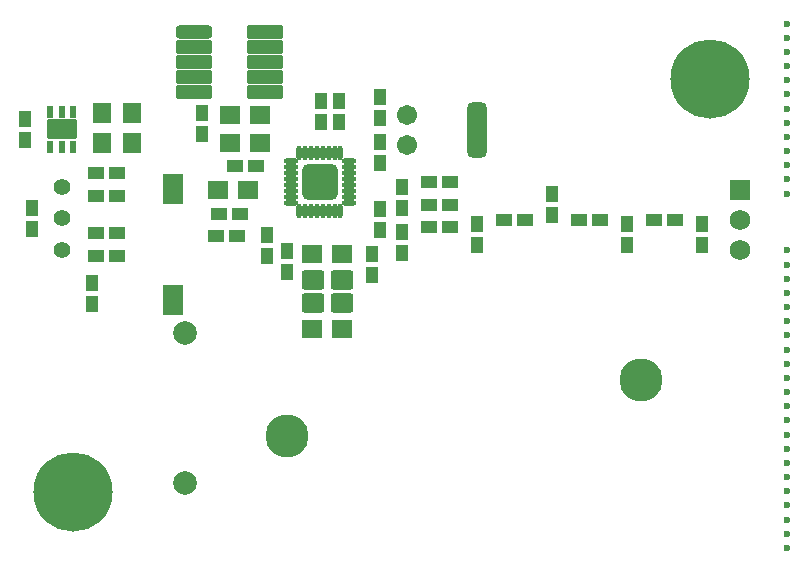
<source format=gts>
G04 Layer_Color=8388736*
%FSLAX25Y25*%
%MOIN*%
G70*
G01*
G75*
%ADD38C,0.02362*%
%ADD47R,0.04000X0.05300*%
%ADD48R,0.05300X0.04000*%
%ADD49R,0.02375X0.04343*%
%ADD50R,0.06300X0.07100*%
%ADD51R,0.07100X0.06300*%
G04:AMPARAMS|DCode=52|XSize=74.93mil|YSize=65.09mil|CornerRadius=8.28mil|HoleSize=0mil|Usage=FLASHONLY|Rotation=0.000|XOffset=0mil|YOffset=0mil|HoleType=Round|Shape=RoundedRectangle|*
%AMROUNDEDRECTD52*
21,1,0.07493,0.04852,0,0,0.0*
21,1,0.05837,0.06509,0,0,0.0*
1,1,0.01656,0.02918,-0.02426*
1,1,0.01656,-0.02918,-0.02426*
1,1,0.01656,-0.02918,0.02426*
1,1,0.01656,0.02918,0.02426*
%
%ADD52ROUNDEDRECTD52*%
%ADD53R,0.07099X0.10209*%
G04:AMPARAMS|DCode=54|XSize=122.96mil|YSize=45.4mil|CornerRadius=4.94mil|HoleSize=0mil|Usage=FLASHONLY|Rotation=0.000|XOffset=0mil|YOffset=0mil|HoleType=Round|Shape=RoundedRectangle|*
%AMROUNDEDRECTD54*
21,1,0.12296,0.03553,0,0,0.0*
21,1,0.11309,0.04540,0,0,0.0*
1,1,0.00987,0.05655,-0.01777*
1,1,0.00987,-0.05655,-0.01777*
1,1,0.00987,-0.05655,0.01777*
1,1,0.00987,0.05655,0.01777*
%
%ADD54ROUNDEDRECTD54*%
G04:AMPARAMS|DCode=55|XSize=122.96mil|YSize=45.4mil|CornerRadius=13.35mil|HoleSize=0mil|Usage=FLASHONLY|Rotation=0.000|XOffset=0mil|YOffset=0mil|HoleType=Round|Shape=RoundedRectangle|*
%AMROUNDEDRECTD55*
21,1,0.12296,0.01870,0,0,0.0*
21,1,0.09626,0.04540,0,0,0.0*
1,1,0.02670,0.04813,-0.00935*
1,1,0.02670,-0.04813,-0.00935*
1,1,0.02670,-0.04813,0.00935*
1,1,0.02670,0.04813,0.00935*
%
%ADD55ROUNDEDRECTD55*%
%ADD56O,0.01784X0.04934*%
%ADD57O,0.04934X0.01784*%
G04:AMPARAMS|DCode=58|XSize=67.06mil|YSize=185.17mil|CornerRadius=18.76mil|HoleSize=0mil|Usage=FLASHONLY|Rotation=0.000|XOffset=0mil|YOffset=0mil|HoleType=Round|Shape=RoundedRectangle|*
%AMROUNDEDRECTD58*
21,1,0.06706,0.14764,0,0,0.0*
21,1,0.02953,0.18517,0,0,0.0*
1,1,0.03753,0.01476,-0.07382*
1,1,0.03753,-0.01476,-0.07382*
1,1,0.03753,-0.01476,0.07382*
1,1,0.03753,0.01476,0.07382*
%
%ADD58ROUNDEDRECTD58*%
%ADD59C,0.14383*%
%ADD60C,0.07887*%
%ADD61C,0.05524*%
G04:AMPARAMS|DCode=62|XSize=102.49mil|YSize=67.06mil|CornerRadius=9.91mil|HoleSize=0mil|Usage=FLASHONLY|Rotation=0.000|XOffset=0mil|YOffset=0mil|HoleType=Round|Shape=RoundedRectangle|*
%AMROUNDEDRECTD62*
21,1,0.10249,0.04724,0,0,0.0*
21,1,0.08268,0.06706,0,0,0.0*
1,1,0.01981,0.04134,-0.02362*
1,1,0.01981,-0.04134,-0.02362*
1,1,0.01981,-0.04134,0.02362*
1,1,0.01981,0.04134,0.02362*
%
%ADD62ROUNDEDRECTD62*%
G04:AMPARAMS|DCode=63|XSize=120.2mil|YSize=120.2mil|CornerRadius=20.83mil|HoleSize=0mil|Usage=FLASHONLY|Rotation=180.000|XOffset=0mil|YOffset=0mil|HoleType=Round|Shape=RoundedRectangle|*
%AMROUNDEDRECTD63*
21,1,0.12020,0.07854,0,0,180.0*
21,1,0.07854,0.12020,0,0,180.0*
1,1,0.04166,-0.03927,0.03927*
1,1,0.04166,0.03927,0.03927*
1,1,0.04166,0.03927,-0.03927*
1,1,0.04166,-0.03927,-0.03927*
%
%ADD63ROUNDEDRECTD63*%
%ADD64C,0.06706*%
%ADD65R,0.06800X0.06800*%
%ADD66C,0.06800*%
%ADD67C,0.26391*%
D38*
X261811Y179921D02*
D03*
Y175197D02*
D03*
Y170472D02*
D03*
Y165748D02*
D03*
Y151575D02*
D03*
Y156299D02*
D03*
Y161024D02*
D03*
Y137402D02*
D03*
Y142126D02*
D03*
Y146850D02*
D03*
Y123228D02*
D03*
Y127953D02*
D03*
Y132677D02*
D03*
Y94882D02*
D03*
Y99606D02*
D03*
Y104331D02*
D03*
Y80709D02*
D03*
Y85433D02*
D03*
Y90158D02*
D03*
Y66535D02*
D03*
Y71260D02*
D03*
Y75984D02*
D03*
Y52362D02*
D03*
Y57087D02*
D03*
Y61811D02*
D03*
Y38189D02*
D03*
Y42913D02*
D03*
Y47638D02*
D03*
Y24016D02*
D03*
Y28740D02*
D03*
Y33465D02*
D03*
Y9843D02*
D03*
Y14567D02*
D03*
Y19291D02*
D03*
Y5118D02*
D03*
D47*
X30000Y93500D02*
D03*
Y86500D02*
D03*
X10000Y118500D02*
D03*
Y111500D02*
D03*
X7874Y147988D02*
D03*
Y140988D02*
D03*
X88583Y102406D02*
D03*
Y109406D02*
D03*
X95043Y97106D02*
D03*
Y104106D02*
D03*
X66929Y150209D02*
D03*
Y143209D02*
D03*
X112323Y154091D02*
D03*
Y147091D02*
D03*
X106323Y154091D02*
D03*
Y147091D02*
D03*
X126043Y148606D02*
D03*
Y155606D02*
D03*
Y140606D02*
D03*
Y133606D02*
D03*
Y118106D02*
D03*
Y111106D02*
D03*
X133543Y103606D02*
D03*
Y110606D02*
D03*
Y125606D02*
D03*
Y118606D02*
D03*
X123543Y96106D02*
D03*
Y103106D02*
D03*
X158543Y113106D02*
D03*
Y106106D02*
D03*
X183543Y116106D02*
D03*
Y123106D02*
D03*
X208543Y113106D02*
D03*
Y106106D02*
D03*
X233543D02*
D03*
Y113106D02*
D03*
D48*
X31500Y102500D02*
D03*
X38500D02*
D03*
Y110000D02*
D03*
X31500D02*
D03*
X38500Y122500D02*
D03*
X31500D02*
D03*
Y130000D02*
D03*
X38500D02*
D03*
X77799Y132579D02*
D03*
X84799D02*
D03*
X72543Y116606D02*
D03*
X79543D02*
D03*
X78402Y109153D02*
D03*
X71402D02*
D03*
X149543Y119606D02*
D03*
X142543D02*
D03*
Y127106D02*
D03*
X149543D02*
D03*
X167543Y114606D02*
D03*
X174543D02*
D03*
X192543D02*
D03*
X199543D02*
D03*
X224543D02*
D03*
X217543D02*
D03*
X142543Y112106D02*
D03*
X149543D02*
D03*
D49*
X23917Y150571D02*
D03*
X19980D02*
D03*
X16043D02*
D03*
X23917Y138839D02*
D03*
X19980D02*
D03*
X16043D02*
D03*
D50*
X43602Y150000D02*
D03*
Y140000D02*
D03*
X33602Y150000D02*
D03*
Y140000D02*
D03*
D51*
X76043Y149606D02*
D03*
X86043D02*
D03*
X76043Y140106D02*
D03*
X86043D02*
D03*
X82165Y124409D02*
D03*
X72165D02*
D03*
X113543Y103106D02*
D03*
X103543D02*
D03*
Y78106D02*
D03*
X113543D02*
D03*
D52*
X103622Y94346D02*
D03*
X113465D02*
D03*
Y86866D02*
D03*
X103622D02*
D03*
D53*
X57185Y124784D02*
D03*
Y87815D02*
D03*
D54*
X87933Y157106D02*
D03*
X64153D02*
D03*
X87933Y162106D02*
D03*
X64153D02*
D03*
X87933Y167106D02*
D03*
X64153D02*
D03*
X87933Y172106D02*
D03*
X64153D02*
D03*
X87933Y177106D02*
D03*
D55*
X64153D02*
D03*
D56*
X112933Y117461D02*
D03*
X110965D02*
D03*
X108996D02*
D03*
X107028D02*
D03*
X105059D02*
D03*
X103091D02*
D03*
X101122D02*
D03*
X99154D02*
D03*
Y136752D02*
D03*
X101122D02*
D03*
X103091D02*
D03*
X105059D02*
D03*
X107028D02*
D03*
X108996D02*
D03*
X110965D02*
D03*
X112933D02*
D03*
D57*
X96398Y120217D02*
D03*
Y122185D02*
D03*
Y124153D02*
D03*
Y126122D02*
D03*
Y128091D02*
D03*
Y130059D02*
D03*
Y132028D02*
D03*
Y133996D02*
D03*
X115689D02*
D03*
Y132028D02*
D03*
Y130059D02*
D03*
Y128091D02*
D03*
Y126122D02*
D03*
Y124153D02*
D03*
Y122185D02*
D03*
Y120217D02*
D03*
D58*
X158543Y144606D02*
D03*
D59*
X212992Y61004D02*
D03*
X95000Y42500D02*
D03*
D60*
X60984Y26752D02*
D03*
Y76752D02*
D03*
D61*
X20000Y115000D02*
D03*
Y104567D02*
D03*
Y125433D02*
D03*
D62*
X19980Y144705D02*
D03*
D63*
X106043Y127106D02*
D03*
D64*
X135043Y139606D02*
D03*
Y149606D02*
D03*
D65*
X246043Y124606D02*
D03*
D66*
Y114606D02*
D03*
Y104606D02*
D03*
D67*
X236221Y161417D02*
D03*
X23622Y23622D02*
D03*
M02*

</source>
